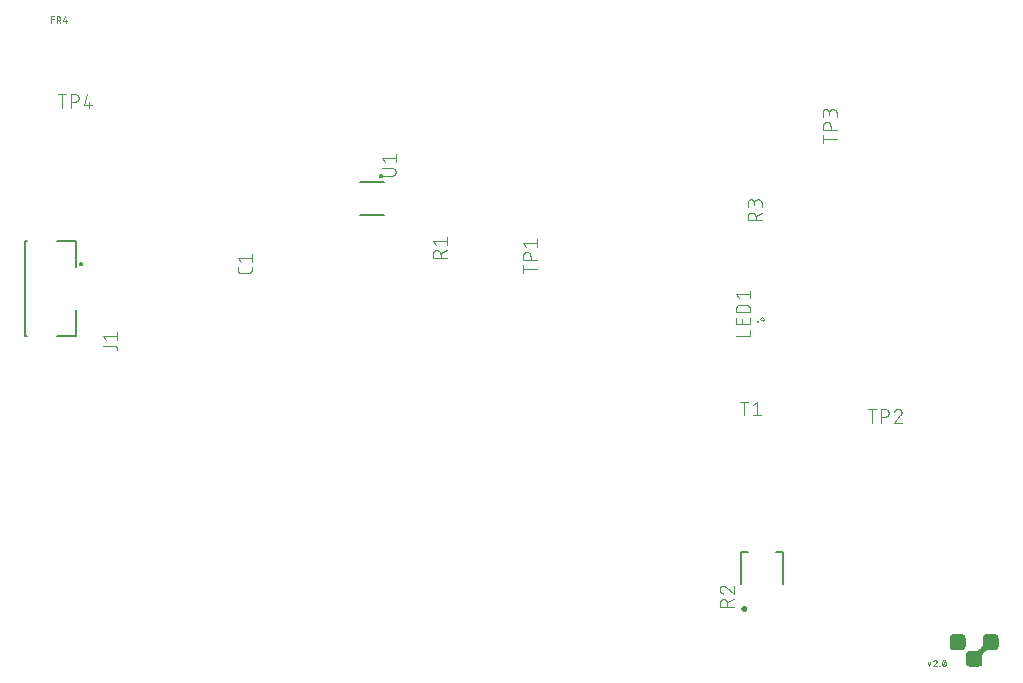
<source format=gbr>
G04 EAGLE Gerber RS-274X export*
G75*
%MOMM*%
%FSLAX34Y34*%
%LPD*%
%INSilkscreen Top*%
%IPPOS*%
%AMOC8*
5,1,8,0,0,1.08239X$1,22.5*%
G01*
%ADD10C,0.101600*%
%ADD11C,0.127000*%
%ADD12C,0.200000*%
%ADD13C,0.063400*%
%ADD14C,0.250000*%
%ADD15C,0.240000*%
%ADD16C,0.076200*%

G36*
X-261289Y73635D02*
X-261289Y73635D01*
X-261260Y73633D01*
X-260603Y73720D01*
X-260567Y73733D01*
X-260507Y73745D01*
X-259895Y73999D01*
X-259864Y74021D01*
X-259809Y74049D01*
X-259282Y74452D01*
X-259258Y74482D01*
X-259212Y74522D01*
X-258809Y75049D01*
X-258793Y75083D01*
X-258759Y75135D01*
X-258505Y75747D01*
X-258499Y75785D01*
X-258481Y75838D01*
X-258481Y75839D01*
X-258480Y75843D01*
X-258393Y76500D01*
X-258395Y76522D01*
X-258390Y76550D01*
X-258390Y81611D01*
X-258273Y82794D01*
X-257934Y83914D01*
X-257382Y84946D01*
X-256640Y85850D01*
X-255736Y86592D01*
X-254704Y87144D01*
X-253584Y87483D01*
X-252401Y87600D01*
X-247340Y87600D01*
X-247319Y87605D01*
X-247290Y87603D01*
X-246633Y87690D01*
X-246597Y87703D01*
X-246537Y87715D01*
X-245925Y87969D01*
X-245894Y87991D01*
X-245839Y88019D01*
X-245312Y88422D01*
X-245288Y88452D01*
X-245242Y88492D01*
X-244839Y89019D01*
X-244823Y89053D01*
X-244789Y89105D01*
X-244535Y89717D01*
X-244529Y89755D01*
X-244510Y89813D01*
X-244423Y90470D01*
X-244425Y90492D01*
X-244420Y90520D01*
X-244420Y98140D01*
X-244425Y98161D01*
X-244423Y98190D01*
X-244510Y98847D01*
X-244523Y98883D01*
X-244535Y98943D01*
X-244789Y99556D01*
X-244811Y99586D01*
X-244839Y99641D01*
X-245242Y100168D01*
X-245272Y100192D01*
X-245312Y100238D01*
X-245839Y100641D01*
X-245873Y100657D01*
X-245925Y100691D01*
X-246537Y100945D01*
X-246575Y100951D01*
X-246633Y100970D01*
X-247290Y101057D01*
X-247312Y101055D01*
X-247340Y101060D01*
X-254960Y101060D01*
X-254981Y101055D01*
X-255010Y101057D01*
X-255667Y100970D01*
X-255703Y100957D01*
X-255763Y100945D01*
X-256376Y100691D01*
X-256406Y100669D01*
X-256461Y100641D01*
X-256988Y100238D01*
X-257012Y100208D01*
X-257058Y100168D01*
X-257461Y99641D01*
X-257477Y99607D01*
X-257511Y99556D01*
X-257765Y98943D01*
X-257771Y98906D01*
X-257790Y98847D01*
X-257877Y98190D01*
X-257875Y98168D01*
X-257880Y98140D01*
X-257880Y93079D01*
X-257997Y91896D01*
X-258336Y90776D01*
X-258888Y89744D01*
X-259630Y88840D01*
X-260534Y88098D01*
X-261566Y87546D01*
X-262686Y87207D01*
X-263869Y87090D01*
X-268930Y87090D01*
X-268951Y87085D01*
X-268980Y87087D01*
X-269637Y87000D01*
X-269673Y86987D01*
X-269733Y86975D01*
X-270346Y86721D01*
X-270376Y86699D01*
X-270431Y86671D01*
X-270958Y86268D01*
X-270982Y86238D01*
X-271028Y86198D01*
X-271431Y85671D01*
X-271447Y85637D01*
X-271481Y85586D01*
X-271735Y84973D01*
X-271741Y84936D01*
X-271760Y84877D01*
X-271847Y84220D01*
X-271845Y84198D01*
X-271850Y84170D01*
X-271850Y76550D01*
X-271845Y76529D01*
X-271847Y76500D01*
X-271760Y75843D01*
X-271753Y75823D01*
X-271753Y75811D01*
X-271745Y75796D01*
X-271735Y75747D01*
X-271481Y75135D01*
X-271459Y75104D01*
X-271431Y75049D01*
X-271028Y74522D01*
X-271023Y74519D01*
X-271023Y74518D01*
X-271016Y74513D01*
X-270998Y74498D01*
X-270958Y74452D01*
X-270431Y74049D01*
X-270397Y74033D01*
X-270346Y73999D01*
X-269733Y73745D01*
X-269696Y73739D01*
X-269637Y73720D01*
X-268980Y73633D01*
X-268958Y73635D01*
X-268930Y73630D01*
X-261310Y73630D01*
X-261289Y73635D01*
G37*
G36*
X-275259Y87605D02*
X-275259Y87605D01*
X-275230Y87603D01*
X-274573Y87690D01*
X-274537Y87703D01*
X-274477Y87715D01*
X-273865Y87969D01*
X-273834Y87991D01*
X-273779Y88019D01*
X-273252Y88422D01*
X-273228Y88452D01*
X-273182Y88492D01*
X-272779Y89019D01*
X-272763Y89053D01*
X-272729Y89105D01*
X-272475Y89717D01*
X-272469Y89755D01*
X-272451Y89807D01*
X-272451Y89809D01*
X-272450Y89813D01*
X-272363Y90470D01*
X-272365Y90492D01*
X-272360Y90520D01*
X-272360Y98140D01*
X-272365Y98161D01*
X-272363Y98190D01*
X-272450Y98847D01*
X-272463Y98883D01*
X-272475Y98943D01*
X-272729Y99556D01*
X-272751Y99586D01*
X-272779Y99641D01*
X-273182Y100168D01*
X-273212Y100192D01*
X-273252Y100238D01*
X-273779Y100641D01*
X-273813Y100657D01*
X-273865Y100691D01*
X-274477Y100945D01*
X-274515Y100951D01*
X-274573Y100970D01*
X-275230Y101057D01*
X-275252Y101055D01*
X-275280Y101060D01*
X-282900Y101060D01*
X-282921Y101055D01*
X-282950Y101057D01*
X-283607Y100970D01*
X-283643Y100957D01*
X-283703Y100945D01*
X-284316Y100691D01*
X-284346Y100669D01*
X-284401Y100641D01*
X-284928Y100238D01*
X-284952Y100208D01*
X-284998Y100168D01*
X-285401Y99641D01*
X-285417Y99607D01*
X-285451Y99556D01*
X-285705Y98943D01*
X-285711Y98906D01*
X-285730Y98847D01*
X-285817Y98190D01*
X-285815Y98168D01*
X-285820Y98140D01*
X-285820Y90520D01*
X-285815Y90499D01*
X-285817Y90470D01*
X-285730Y89813D01*
X-285723Y89793D01*
X-285723Y89781D01*
X-285715Y89766D01*
X-285705Y89717D01*
X-285451Y89105D01*
X-285429Y89074D01*
X-285401Y89019D01*
X-284998Y88492D01*
X-284993Y88489D01*
X-284993Y88488D01*
X-284986Y88483D01*
X-284968Y88468D01*
X-284928Y88422D01*
X-284401Y88019D01*
X-284367Y88003D01*
X-284316Y87969D01*
X-283703Y87715D01*
X-283666Y87709D01*
X-283607Y87690D01*
X-282950Y87603D01*
X-282928Y87605D01*
X-282900Y87600D01*
X-275280Y87600D01*
X-275259Y87605D01*
G37*
D10*
X-876808Y412101D02*
X-876808Y409504D01*
X-876810Y409405D01*
X-876816Y409305D01*
X-876825Y409206D01*
X-876838Y409108D01*
X-876855Y409010D01*
X-876876Y408912D01*
X-876901Y408816D01*
X-876929Y408721D01*
X-876961Y408627D01*
X-876996Y408534D01*
X-877035Y408442D01*
X-877078Y408352D01*
X-877123Y408264D01*
X-877173Y408177D01*
X-877225Y408093D01*
X-877281Y408010D01*
X-877339Y407930D01*
X-877401Y407852D01*
X-877466Y407777D01*
X-877534Y407704D01*
X-877604Y407634D01*
X-877677Y407566D01*
X-877752Y407501D01*
X-877830Y407439D01*
X-877910Y407381D01*
X-877993Y407325D01*
X-878077Y407273D01*
X-878164Y407223D01*
X-878252Y407178D01*
X-878342Y407135D01*
X-878434Y407096D01*
X-878527Y407061D01*
X-878621Y407029D01*
X-878716Y407001D01*
X-878812Y406976D01*
X-878910Y406955D01*
X-879008Y406938D01*
X-879106Y406925D01*
X-879205Y406916D01*
X-879305Y406910D01*
X-879404Y406908D01*
X-885896Y406908D01*
X-885995Y406910D01*
X-886095Y406916D01*
X-886194Y406925D01*
X-886292Y406938D01*
X-886390Y406955D01*
X-886488Y406976D01*
X-886584Y407001D01*
X-886679Y407029D01*
X-886773Y407061D01*
X-886866Y407096D01*
X-886958Y407135D01*
X-887048Y407178D01*
X-887136Y407223D01*
X-887223Y407273D01*
X-887307Y407325D01*
X-887390Y407381D01*
X-887470Y407439D01*
X-887548Y407501D01*
X-887623Y407566D01*
X-887696Y407634D01*
X-887766Y407704D01*
X-887834Y407777D01*
X-887899Y407852D01*
X-887961Y407930D01*
X-888019Y408010D01*
X-888075Y408093D01*
X-888127Y408177D01*
X-888177Y408264D01*
X-888222Y408352D01*
X-888265Y408442D01*
X-888304Y408534D01*
X-888339Y408626D01*
X-888371Y408721D01*
X-888399Y408816D01*
X-888424Y408912D01*
X-888445Y409010D01*
X-888462Y409108D01*
X-888475Y409206D01*
X-888484Y409305D01*
X-888490Y409405D01*
X-888492Y409504D01*
X-888492Y412101D01*
X-885896Y416466D02*
X-888492Y419712D01*
X-876808Y419712D01*
X-876808Y422957D02*
X-876808Y416466D01*
D11*
X-1066800Y434200D02*
X-1068600Y434200D01*
X-1068600Y353200D01*
X-1066800Y353200D01*
X-1041400Y434200D02*
X-1025600Y434200D01*
X-1025600Y411900D01*
X-1025600Y375500D02*
X-1025600Y353200D01*
X-1041400Y353200D01*
D12*
X-1022100Y414700D02*
X-1022098Y414763D01*
X-1022092Y414825D01*
X-1022082Y414887D01*
X-1022069Y414949D01*
X-1022051Y415009D01*
X-1022030Y415068D01*
X-1022005Y415126D01*
X-1021976Y415182D01*
X-1021944Y415236D01*
X-1021909Y415288D01*
X-1021871Y415337D01*
X-1021829Y415385D01*
X-1021785Y415429D01*
X-1021737Y415471D01*
X-1021688Y415509D01*
X-1021636Y415544D01*
X-1021582Y415576D01*
X-1021526Y415605D01*
X-1021468Y415630D01*
X-1021409Y415651D01*
X-1021349Y415669D01*
X-1021287Y415682D01*
X-1021225Y415692D01*
X-1021163Y415698D01*
X-1021100Y415700D01*
X-1021037Y415698D01*
X-1020975Y415692D01*
X-1020913Y415682D01*
X-1020851Y415669D01*
X-1020791Y415651D01*
X-1020732Y415630D01*
X-1020674Y415605D01*
X-1020618Y415576D01*
X-1020564Y415544D01*
X-1020512Y415509D01*
X-1020463Y415471D01*
X-1020415Y415429D01*
X-1020371Y415385D01*
X-1020329Y415337D01*
X-1020291Y415288D01*
X-1020256Y415236D01*
X-1020224Y415182D01*
X-1020195Y415126D01*
X-1020170Y415068D01*
X-1020149Y415009D01*
X-1020131Y414949D01*
X-1020118Y414887D01*
X-1020108Y414825D01*
X-1020102Y414763D01*
X-1020100Y414700D01*
X-1020102Y414637D01*
X-1020108Y414575D01*
X-1020118Y414513D01*
X-1020131Y414451D01*
X-1020149Y414391D01*
X-1020170Y414332D01*
X-1020195Y414274D01*
X-1020224Y414218D01*
X-1020256Y414164D01*
X-1020291Y414112D01*
X-1020329Y414063D01*
X-1020371Y414015D01*
X-1020415Y413971D01*
X-1020463Y413929D01*
X-1020512Y413891D01*
X-1020564Y413856D01*
X-1020618Y413824D01*
X-1020674Y413795D01*
X-1020732Y413770D01*
X-1020791Y413749D01*
X-1020851Y413731D01*
X-1020913Y413718D01*
X-1020975Y413708D01*
X-1021037Y413702D01*
X-1021100Y413700D01*
X-1021163Y413702D01*
X-1021225Y413708D01*
X-1021287Y413718D01*
X-1021349Y413731D01*
X-1021409Y413749D01*
X-1021468Y413770D01*
X-1021526Y413795D01*
X-1021582Y413824D01*
X-1021636Y413856D01*
X-1021688Y413891D01*
X-1021737Y413929D01*
X-1021785Y413971D01*
X-1021829Y414015D01*
X-1021871Y414063D01*
X-1021909Y414112D01*
X-1021944Y414164D01*
X-1021976Y414218D01*
X-1022005Y414274D01*
X-1022030Y414332D01*
X-1022051Y414391D01*
X-1022069Y414451D01*
X-1022082Y414513D01*
X-1022092Y414575D01*
X-1022098Y414637D01*
X-1022100Y414700D01*
D10*
X-1002592Y345228D02*
X-993504Y345228D01*
X-993504Y345227D02*
X-993405Y345225D01*
X-993305Y345219D01*
X-993206Y345210D01*
X-993108Y345197D01*
X-993010Y345180D01*
X-992912Y345159D01*
X-992816Y345134D01*
X-992721Y345106D01*
X-992627Y345074D01*
X-992534Y345039D01*
X-992442Y345000D01*
X-992352Y344957D01*
X-992264Y344912D01*
X-992177Y344862D01*
X-992093Y344810D01*
X-992010Y344754D01*
X-991930Y344696D01*
X-991852Y344634D01*
X-991777Y344569D01*
X-991704Y344501D01*
X-991634Y344431D01*
X-991566Y344358D01*
X-991501Y344283D01*
X-991439Y344205D01*
X-991381Y344125D01*
X-991325Y344042D01*
X-991273Y343958D01*
X-991223Y343871D01*
X-991178Y343783D01*
X-991135Y343693D01*
X-991096Y343601D01*
X-991061Y343508D01*
X-991029Y343414D01*
X-991001Y343319D01*
X-990976Y343223D01*
X-990955Y343125D01*
X-990938Y343027D01*
X-990925Y342929D01*
X-990916Y342830D01*
X-990910Y342730D01*
X-990908Y342631D01*
X-990908Y341333D01*
X-999996Y350501D02*
X-1002592Y353746D01*
X-990908Y353746D01*
X-990908Y350501D02*
X-990908Y356992D01*
D13*
X-446000Y368300D02*
X-444250Y366550D01*
X-446000Y368300D02*
X-444500Y369800D01*
X-442750Y368050D01*
X-444250Y366550D01*
D14*
X-448500Y365550D03*
D10*
X-455008Y353808D02*
X-466692Y353808D01*
X-455008Y353808D02*
X-455008Y359001D01*
X-455008Y363714D02*
X-455008Y368907D01*
X-455008Y363714D02*
X-466692Y363714D01*
X-466692Y368907D01*
X-461499Y367609D02*
X-461499Y363714D01*
X-466692Y373597D02*
X-455008Y373597D01*
X-466692Y373597D02*
X-466692Y376843D01*
X-466690Y376956D01*
X-466684Y377069D01*
X-466674Y377182D01*
X-466660Y377295D01*
X-466643Y377407D01*
X-466621Y377518D01*
X-466596Y377628D01*
X-466566Y377738D01*
X-466533Y377846D01*
X-466496Y377953D01*
X-466456Y378059D01*
X-466411Y378163D01*
X-466363Y378266D01*
X-466312Y378367D01*
X-466257Y378466D01*
X-466199Y378563D01*
X-466137Y378658D01*
X-466072Y378751D01*
X-466004Y378841D01*
X-465933Y378929D01*
X-465858Y379015D01*
X-465781Y379098D01*
X-465701Y379178D01*
X-465618Y379255D01*
X-465532Y379330D01*
X-465444Y379401D01*
X-465354Y379469D01*
X-465261Y379534D01*
X-465166Y379596D01*
X-465069Y379654D01*
X-464970Y379709D01*
X-464869Y379760D01*
X-464766Y379808D01*
X-464662Y379853D01*
X-464556Y379893D01*
X-464449Y379930D01*
X-464341Y379963D01*
X-464231Y379993D01*
X-464121Y380018D01*
X-464010Y380040D01*
X-463898Y380057D01*
X-463785Y380071D01*
X-463672Y380081D01*
X-463559Y380087D01*
X-463446Y380089D01*
X-458254Y380089D01*
X-458141Y380087D01*
X-458028Y380081D01*
X-457915Y380071D01*
X-457802Y380057D01*
X-457690Y380040D01*
X-457579Y380018D01*
X-457469Y379993D01*
X-457359Y379963D01*
X-457251Y379930D01*
X-457144Y379893D01*
X-457038Y379853D01*
X-456934Y379808D01*
X-456831Y379760D01*
X-456730Y379709D01*
X-456631Y379654D01*
X-456534Y379596D01*
X-456439Y379534D01*
X-456346Y379469D01*
X-456256Y379401D01*
X-456168Y379330D01*
X-456082Y379255D01*
X-455999Y379178D01*
X-455919Y379098D01*
X-455842Y379015D01*
X-455767Y378929D01*
X-455696Y378841D01*
X-455628Y378751D01*
X-455563Y378658D01*
X-455501Y378563D01*
X-455443Y378466D01*
X-455388Y378367D01*
X-455337Y378266D01*
X-455289Y378163D01*
X-455244Y378059D01*
X-455204Y377953D01*
X-455167Y377846D01*
X-455134Y377738D01*
X-455104Y377628D01*
X-455079Y377518D01*
X-455057Y377407D01*
X-455040Y377295D01*
X-455026Y377182D01*
X-455016Y377069D01*
X-455010Y376956D01*
X-455008Y376843D01*
X-455008Y373597D01*
X-464096Y385408D02*
X-466692Y388654D01*
X-455008Y388654D01*
X-455008Y391899D02*
X-455008Y385408D01*
X-711708Y419608D02*
X-723392Y419608D01*
X-723392Y422854D01*
X-723390Y422967D01*
X-723384Y423080D01*
X-723374Y423193D01*
X-723360Y423306D01*
X-723343Y423418D01*
X-723321Y423529D01*
X-723296Y423639D01*
X-723266Y423749D01*
X-723233Y423857D01*
X-723196Y423964D01*
X-723156Y424070D01*
X-723111Y424174D01*
X-723063Y424277D01*
X-723012Y424378D01*
X-722957Y424477D01*
X-722899Y424574D01*
X-722837Y424669D01*
X-722772Y424762D01*
X-722704Y424852D01*
X-722633Y424940D01*
X-722558Y425026D01*
X-722481Y425109D01*
X-722401Y425189D01*
X-722318Y425266D01*
X-722232Y425341D01*
X-722144Y425412D01*
X-722054Y425480D01*
X-721961Y425545D01*
X-721866Y425607D01*
X-721769Y425665D01*
X-721670Y425720D01*
X-721569Y425771D01*
X-721466Y425819D01*
X-721362Y425864D01*
X-721256Y425904D01*
X-721149Y425941D01*
X-721041Y425974D01*
X-720931Y426004D01*
X-720821Y426029D01*
X-720710Y426051D01*
X-720598Y426068D01*
X-720485Y426082D01*
X-720372Y426092D01*
X-720259Y426098D01*
X-720146Y426100D01*
X-720033Y426098D01*
X-719920Y426092D01*
X-719807Y426082D01*
X-719694Y426068D01*
X-719582Y426051D01*
X-719471Y426029D01*
X-719361Y426004D01*
X-719251Y425974D01*
X-719143Y425941D01*
X-719036Y425904D01*
X-718930Y425864D01*
X-718826Y425819D01*
X-718723Y425771D01*
X-718622Y425720D01*
X-718523Y425665D01*
X-718426Y425607D01*
X-718331Y425545D01*
X-718238Y425480D01*
X-718148Y425412D01*
X-718060Y425341D01*
X-717974Y425266D01*
X-717891Y425189D01*
X-717811Y425109D01*
X-717734Y425026D01*
X-717659Y424940D01*
X-717588Y424852D01*
X-717520Y424762D01*
X-717455Y424669D01*
X-717393Y424574D01*
X-717335Y424477D01*
X-717280Y424378D01*
X-717229Y424277D01*
X-717181Y424174D01*
X-717136Y424070D01*
X-717096Y423964D01*
X-717059Y423857D01*
X-717026Y423749D01*
X-716996Y423639D01*
X-716971Y423529D01*
X-716949Y423418D01*
X-716932Y423306D01*
X-716918Y423193D01*
X-716908Y423080D01*
X-716902Y422967D01*
X-716900Y422854D01*
X-716901Y422854D02*
X-716901Y419608D01*
X-716901Y423503D02*
X-711708Y426099D01*
X-720796Y430964D02*
X-723392Y434210D01*
X-711708Y434210D01*
X-711708Y437455D02*
X-711708Y430964D01*
D11*
X-462500Y170400D02*
X-462500Y143900D01*
X-462500Y170400D02*
X-456500Y170400D01*
X-426500Y170400D02*
X-426500Y143900D01*
X-426500Y170400D02*
X-432500Y170400D01*
D15*
X-461280Y122943D02*
X-461278Y123012D01*
X-461272Y123081D01*
X-461262Y123149D01*
X-461248Y123217D01*
X-461231Y123284D01*
X-461209Y123350D01*
X-461184Y123414D01*
X-461155Y123477D01*
X-461122Y123538D01*
X-461086Y123597D01*
X-461047Y123654D01*
X-461004Y123708D01*
X-460959Y123760D01*
X-460910Y123810D01*
X-460859Y123856D01*
X-460805Y123899D01*
X-460748Y123940D01*
X-460690Y123976D01*
X-460629Y124010D01*
X-460567Y124040D01*
X-460503Y124066D01*
X-460438Y124088D01*
X-460371Y124107D01*
X-460303Y124122D01*
X-460235Y124133D01*
X-460166Y124140D01*
X-460097Y124143D01*
X-460028Y124142D01*
X-459959Y124137D01*
X-459891Y124128D01*
X-459823Y124115D01*
X-459756Y124098D01*
X-459689Y124078D01*
X-459625Y124053D01*
X-459562Y124025D01*
X-459500Y123994D01*
X-459441Y123958D01*
X-459383Y123920D01*
X-459328Y123878D01*
X-459275Y123833D01*
X-459225Y123785D01*
X-459178Y123735D01*
X-459134Y123681D01*
X-459093Y123626D01*
X-459055Y123568D01*
X-459021Y123508D01*
X-458990Y123446D01*
X-458963Y123382D01*
X-458940Y123317D01*
X-458920Y123251D01*
X-458904Y123183D01*
X-458892Y123115D01*
X-458884Y123047D01*
X-458880Y122978D01*
X-458880Y122908D01*
X-458884Y122839D01*
X-458892Y122771D01*
X-458904Y122703D01*
X-458920Y122635D01*
X-458940Y122569D01*
X-458963Y122504D01*
X-458990Y122440D01*
X-459021Y122378D01*
X-459055Y122318D01*
X-459093Y122260D01*
X-459134Y122205D01*
X-459178Y122151D01*
X-459225Y122101D01*
X-459275Y122053D01*
X-459328Y122008D01*
X-459383Y121966D01*
X-459441Y121928D01*
X-459500Y121892D01*
X-459562Y121861D01*
X-459625Y121833D01*
X-459689Y121808D01*
X-459756Y121788D01*
X-459823Y121771D01*
X-459891Y121758D01*
X-459959Y121749D01*
X-460028Y121744D01*
X-460097Y121743D01*
X-460166Y121746D01*
X-460235Y121753D01*
X-460303Y121764D01*
X-460371Y121779D01*
X-460438Y121798D01*
X-460503Y121820D01*
X-460567Y121846D01*
X-460629Y121876D01*
X-460690Y121910D01*
X-460748Y121946D01*
X-460805Y121987D01*
X-460859Y122030D01*
X-460910Y122076D01*
X-460959Y122126D01*
X-461004Y122178D01*
X-461047Y122232D01*
X-461086Y122289D01*
X-461122Y122348D01*
X-461155Y122409D01*
X-461184Y122472D01*
X-461209Y122536D01*
X-461231Y122602D01*
X-461248Y122669D01*
X-461262Y122737D01*
X-461272Y122805D01*
X-461278Y122874D01*
X-461280Y122943D01*
D10*
X-468742Y124096D02*
X-480428Y124096D01*
X-480428Y127342D01*
X-480426Y127455D01*
X-480420Y127568D01*
X-480410Y127681D01*
X-480396Y127794D01*
X-480379Y127906D01*
X-480357Y128017D01*
X-480332Y128127D01*
X-480302Y128237D01*
X-480269Y128345D01*
X-480232Y128452D01*
X-480192Y128558D01*
X-480147Y128662D01*
X-480099Y128765D01*
X-480048Y128866D01*
X-479993Y128965D01*
X-479935Y129062D01*
X-479873Y129157D01*
X-479808Y129250D01*
X-479740Y129340D01*
X-479669Y129428D01*
X-479594Y129514D01*
X-479517Y129597D01*
X-479437Y129677D01*
X-479354Y129754D01*
X-479268Y129829D01*
X-479180Y129900D01*
X-479090Y129968D01*
X-478997Y130033D01*
X-478902Y130095D01*
X-478805Y130153D01*
X-478706Y130208D01*
X-478605Y130259D01*
X-478502Y130307D01*
X-478398Y130352D01*
X-478292Y130392D01*
X-478185Y130429D01*
X-478077Y130462D01*
X-477967Y130492D01*
X-477857Y130517D01*
X-477746Y130539D01*
X-477634Y130556D01*
X-477521Y130570D01*
X-477408Y130580D01*
X-477295Y130586D01*
X-477182Y130588D01*
X-477069Y130586D01*
X-476956Y130580D01*
X-476843Y130570D01*
X-476730Y130556D01*
X-476618Y130539D01*
X-476507Y130517D01*
X-476397Y130492D01*
X-476287Y130462D01*
X-476179Y130429D01*
X-476072Y130392D01*
X-475966Y130352D01*
X-475862Y130307D01*
X-475759Y130259D01*
X-475658Y130208D01*
X-475559Y130153D01*
X-475462Y130095D01*
X-475367Y130033D01*
X-475274Y129968D01*
X-475184Y129900D01*
X-475096Y129829D01*
X-475010Y129754D01*
X-474927Y129677D01*
X-474847Y129597D01*
X-474770Y129514D01*
X-474695Y129428D01*
X-474624Y129340D01*
X-474556Y129250D01*
X-474491Y129157D01*
X-474429Y129062D01*
X-474371Y128965D01*
X-474316Y128866D01*
X-474265Y128765D01*
X-474217Y128662D01*
X-474172Y128558D01*
X-474132Y128452D01*
X-474095Y128345D01*
X-474062Y128237D01*
X-474032Y128127D01*
X-474007Y128017D01*
X-473985Y127906D01*
X-473968Y127794D01*
X-473954Y127681D01*
X-473944Y127568D01*
X-473938Y127455D01*
X-473936Y127342D01*
X-473935Y127342D02*
X-473935Y124096D01*
X-473935Y127991D02*
X-468742Y130588D01*
X-477506Y141947D02*
X-477613Y141945D01*
X-477719Y141939D01*
X-477826Y141929D01*
X-477931Y141916D01*
X-478037Y141898D01*
X-478141Y141877D01*
X-478245Y141852D01*
X-478348Y141823D01*
X-478449Y141790D01*
X-478550Y141754D01*
X-478649Y141714D01*
X-478746Y141671D01*
X-478842Y141624D01*
X-478936Y141573D01*
X-479028Y141519D01*
X-479118Y141462D01*
X-479206Y141401D01*
X-479292Y141338D01*
X-479375Y141271D01*
X-479456Y141201D01*
X-479534Y141129D01*
X-479610Y141053D01*
X-479682Y140975D01*
X-479752Y140894D01*
X-479819Y140811D01*
X-479882Y140725D01*
X-479943Y140637D01*
X-480000Y140547D01*
X-480054Y140455D01*
X-480105Y140361D01*
X-480152Y140265D01*
X-480195Y140168D01*
X-480235Y140069D01*
X-480271Y139968D01*
X-480304Y139867D01*
X-480333Y139764D01*
X-480358Y139660D01*
X-480379Y139556D01*
X-480397Y139450D01*
X-480410Y139345D01*
X-480420Y139238D01*
X-480426Y139132D01*
X-480428Y139025D01*
X-480427Y139025D02*
X-480425Y138904D01*
X-480419Y138783D01*
X-480409Y138663D01*
X-480396Y138542D01*
X-480378Y138423D01*
X-480357Y138303D01*
X-480332Y138185D01*
X-480303Y138068D01*
X-480270Y137951D01*
X-480234Y137836D01*
X-480193Y137722D01*
X-480150Y137609D01*
X-480102Y137497D01*
X-480051Y137388D01*
X-479996Y137280D01*
X-479938Y137173D01*
X-479877Y137069D01*
X-479812Y136967D01*
X-479744Y136867D01*
X-479673Y136769D01*
X-479599Y136673D01*
X-479522Y136580D01*
X-479441Y136490D01*
X-479358Y136402D01*
X-479272Y136317D01*
X-479183Y136234D01*
X-479092Y136155D01*
X-478998Y136078D01*
X-478902Y136005D01*
X-478804Y135935D01*
X-478703Y135868D01*
X-478600Y135804D01*
X-478495Y135744D01*
X-478388Y135687D01*
X-478280Y135633D01*
X-478170Y135583D01*
X-478058Y135537D01*
X-477945Y135494D01*
X-477830Y135455D01*
X-475234Y140972D02*
X-475311Y141051D01*
X-475392Y141127D01*
X-475474Y141200D01*
X-475560Y141270D01*
X-475648Y141337D01*
X-475738Y141401D01*
X-475830Y141461D01*
X-475925Y141518D01*
X-476021Y141572D01*
X-476119Y141623D01*
X-476219Y141670D01*
X-476321Y141714D01*
X-476424Y141754D01*
X-476528Y141790D01*
X-476634Y141822D01*
X-476740Y141851D01*
X-476848Y141876D01*
X-476956Y141898D01*
X-477066Y141915D01*
X-477175Y141929D01*
X-477285Y141938D01*
X-477396Y141944D01*
X-477506Y141946D01*
X-475234Y140973D02*
X-468742Y135454D01*
X-468742Y141946D01*
X-456692Y451358D02*
X-445008Y451358D01*
X-456692Y451358D02*
X-456692Y454604D01*
X-456690Y454717D01*
X-456684Y454830D01*
X-456674Y454943D01*
X-456660Y455056D01*
X-456643Y455168D01*
X-456621Y455279D01*
X-456596Y455389D01*
X-456566Y455499D01*
X-456533Y455607D01*
X-456496Y455714D01*
X-456456Y455820D01*
X-456411Y455924D01*
X-456363Y456027D01*
X-456312Y456128D01*
X-456257Y456227D01*
X-456199Y456324D01*
X-456137Y456419D01*
X-456072Y456512D01*
X-456004Y456602D01*
X-455933Y456690D01*
X-455858Y456776D01*
X-455781Y456859D01*
X-455701Y456939D01*
X-455618Y457016D01*
X-455532Y457091D01*
X-455444Y457162D01*
X-455354Y457230D01*
X-455261Y457295D01*
X-455166Y457357D01*
X-455069Y457415D01*
X-454970Y457470D01*
X-454869Y457521D01*
X-454766Y457569D01*
X-454662Y457614D01*
X-454556Y457654D01*
X-454449Y457691D01*
X-454341Y457724D01*
X-454231Y457754D01*
X-454121Y457779D01*
X-454010Y457801D01*
X-453898Y457818D01*
X-453785Y457832D01*
X-453672Y457842D01*
X-453559Y457848D01*
X-453446Y457850D01*
X-453333Y457848D01*
X-453220Y457842D01*
X-453107Y457832D01*
X-452994Y457818D01*
X-452882Y457801D01*
X-452771Y457779D01*
X-452661Y457754D01*
X-452551Y457724D01*
X-452443Y457691D01*
X-452336Y457654D01*
X-452230Y457614D01*
X-452126Y457569D01*
X-452023Y457521D01*
X-451922Y457470D01*
X-451823Y457415D01*
X-451726Y457357D01*
X-451631Y457295D01*
X-451538Y457230D01*
X-451448Y457162D01*
X-451360Y457091D01*
X-451274Y457016D01*
X-451191Y456939D01*
X-451111Y456859D01*
X-451034Y456776D01*
X-450959Y456690D01*
X-450888Y456602D01*
X-450820Y456512D01*
X-450755Y456419D01*
X-450693Y456324D01*
X-450635Y456227D01*
X-450580Y456128D01*
X-450529Y456027D01*
X-450481Y455924D01*
X-450436Y455820D01*
X-450396Y455714D01*
X-450359Y455607D01*
X-450326Y455499D01*
X-450296Y455389D01*
X-450271Y455279D01*
X-450249Y455168D01*
X-450232Y455056D01*
X-450218Y454943D01*
X-450208Y454830D01*
X-450202Y454717D01*
X-450200Y454604D01*
X-450201Y454604D02*
X-450201Y451358D01*
X-450201Y455253D02*
X-445008Y457849D01*
X-445008Y462714D02*
X-445008Y465960D01*
X-445010Y466073D01*
X-445016Y466186D01*
X-445026Y466299D01*
X-445040Y466412D01*
X-445057Y466524D01*
X-445079Y466635D01*
X-445104Y466745D01*
X-445134Y466855D01*
X-445167Y466963D01*
X-445204Y467070D01*
X-445244Y467176D01*
X-445289Y467280D01*
X-445337Y467383D01*
X-445388Y467484D01*
X-445443Y467583D01*
X-445501Y467680D01*
X-445563Y467775D01*
X-445628Y467868D01*
X-445696Y467958D01*
X-445767Y468046D01*
X-445842Y468132D01*
X-445919Y468215D01*
X-445999Y468295D01*
X-446082Y468372D01*
X-446168Y468447D01*
X-446256Y468518D01*
X-446346Y468586D01*
X-446439Y468651D01*
X-446534Y468713D01*
X-446631Y468771D01*
X-446730Y468826D01*
X-446831Y468877D01*
X-446934Y468925D01*
X-447038Y468970D01*
X-447144Y469010D01*
X-447251Y469047D01*
X-447359Y469080D01*
X-447469Y469110D01*
X-447579Y469135D01*
X-447690Y469157D01*
X-447802Y469174D01*
X-447915Y469188D01*
X-448028Y469198D01*
X-448141Y469204D01*
X-448254Y469206D01*
X-448367Y469204D01*
X-448480Y469198D01*
X-448593Y469188D01*
X-448706Y469174D01*
X-448818Y469157D01*
X-448929Y469135D01*
X-449039Y469110D01*
X-449149Y469080D01*
X-449257Y469047D01*
X-449364Y469010D01*
X-449470Y468970D01*
X-449574Y468925D01*
X-449677Y468877D01*
X-449778Y468826D01*
X-449877Y468771D01*
X-449974Y468713D01*
X-450069Y468651D01*
X-450162Y468586D01*
X-450252Y468518D01*
X-450340Y468447D01*
X-450426Y468372D01*
X-450509Y468295D01*
X-450589Y468215D01*
X-450666Y468132D01*
X-450741Y468046D01*
X-450812Y467958D01*
X-450880Y467868D01*
X-450945Y467775D01*
X-451007Y467680D01*
X-451065Y467583D01*
X-451120Y467484D01*
X-451171Y467383D01*
X-451219Y467280D01*
X-451264Y467176D01*
X-451304Y467070D01*
X-451341Y466963D01*
X-451374Y466855D01*
X-451404Y466745D01*
X-451429Y466635D01*
X-451451Y466524D01*
X-451468Y466412D01*
X-451482Y466299D01*
X-451492Y466186D01*
X-451498Y466073D01*
X-451500Y465960D01*
X-456692Y466609D02*
X-456692Y462714D01*
X-456692Y466609D02*
X-456690Y466710D01*
X-456684Y466810D01*
X-456674Y466910D01*
X-456661Y467010D01*
X-456643Y467109D01*
X-456622Y467208D01*
X-456597Y467305D01*
X-456568Y467402D01*
X-456535Y467497D01*
X-456499Y467591D01*
X-456459Y467683D01*
X-456416Y467774D01*
X-456369Y467863D01*
X-456319Y467950D01*
X-456265Y468036D01*
X-456208Y468119D01*
X-456148Y468199D01*
X-456085Y468278D01*
X-456018Y468354D01*
X-455949Y468427D01*
X-455877Y468497D01*
X-455803Y468565D01*
X-455726Y468630D01*
X-455646Y468691D01*
X-455564Y468750D01*
X-455480Y468805D01*
X-455394Y468857D01*
X-455306Y468906D01*
X-455216Y468951D01*
X-455124Y468993D01*
X-455031Y469031D01*
X-454936Y469065D01*
X-454841Y469096D01*
X-454744Y469123D01*
X-454646Y469146D01*
X-454547Y469166D01*
X-454447Y469181D01*
X-454347Y469193D01*
X-454247Y469201D01*
X-454146Y469205D01*
X-454046Y469205D01*
X-453945Y469201D01*
X-453845Y469193D01*
X-453745Y469181D01*
X-453645Y469166D01*
X-453546Y469146D01*
X-453448Y469123D01*
X-453351Y469096D01*
X-453256Y469065D01*
X-453161Y469031D01*
X-453068Y468993D01*
X-452976Y468951D01*
X-452886Y468906D01*
X-452798Y468857D01*
X-452712Y468805D01*
X-452628Y468750D01*
X-452546Y468691D01*
X-452466Y468630D01*
X-452389Y468565D01*
X-452315Y468497D01*
X-452243Y468427D01*
X-452174Y468354D01*
X-452107Y468278D01*
X-452044Y468199D01*
X-451984Y468119D01*
X-451927Y468036D01*
X-451873Y467950D01*
X-451823Y467863D01*
X-451776Y467774D01*
X-451733Y467683D01*
X-451693Y467591D01*
X-451657Y467497D01*
X-451624Y467402D01*
X-451595Y467305D01*
X-451570Y467208D01*
X-451549Y467109D01*
X-451531Y467010D01*
X-451518Y466910D01*
X-451508Y466810D01*
X-451502Y466710D01*
X-451500Y466609D01*
X-451499Y466609D02*
X-451499Y464013D01*
X-459796Y297942D02*
X-459796Y286258D01*
X-463042Y297942D02*
X-456551Y297942D01*
X-452374Y295346D02*
X-449129Y297942D01*
X-449129Y286258D01*
X-452374Y286258D02*
X-445883Y286258D01*
X-635508Y410154D02*
X-647192Y410154D01*
X-647192Y413399D02*
X-647192Y406908D01*
X-647192Y418126D02*
X-635508Y418126D01*
X-647192Y418126D02*
X-647192Y421372D01*
X-647190Y421485D01*
X-647184Y421598D01*
X-647174Y421711D01*
X-647160Y421824D01*
X-647143Y421936D01*
X-647121Y422047D01*
X-647096Y422157D01*
X-647066Y422267D01*
X-647033Y422375D01*
X-646996Y422482D01*
X-646956Y422588D01*
X-646911Y422692D01*
X-646863Y422795D01*
X-646812Y422896D01*
X-646757Y422995D01*
X-646699Y423092D01*
X-646637Y423187D01*
X-646572Y423280D01*
X-646504Y423370D01*
X-646433Y423458D01*
X-646358Y423544D01*
X-646281Y423627D01*
X-646201Y423707D01*
X-646118Y423784D01*
X-646032Y423859D01*
X-645944Y423930D01*
X-645854Y423998D01*
X-645761Y424063D01*
X-645666Y424125D01*
X-645569Y424183D01*
X-645470Y424238D01*
X-645369Y424289D01*
X-645266Y424337D01*
X-645162Y424382D01*
X-645056Y424422D01*
X-644949Y424459D01*
X-644841Y424492D01*
X-644731Y424522D01*
X-644621Y424547D01*
X-644510Y424569D01*
X-644398Y424586D01*
X-644285Y424600D01*
X-644172Y424610D01*
X-644059Y424616D01*
X-643946Y424618D01*
X-643833Y424616D01*
X-643720Y424610D01*
X-643607Y424600D01*
X-643494Y424586D01*
X-643382Y424569D01*
X-643271Y424547D01*
X-643161Y424522D01*
X-643051Y424492D01*
X-642943Y424459D01*
X-642836Y424422D01*
X-642730Y424382D01*
X-642626Y424337D01*
X-642523Y424289D01*
X-642422Y424238D01*
X-642323Y424183D01*
X-642226Y424125D01*
X-642131Y424063D01*
X-642038Y423998D01*
X-641948Y423930D01*
X-641860Y423859D01*
X-641774Y423784D01*
X-641691Y423707D01*
X-641611Y423627D01*
X-641534Y423544D01*
X-641459Y423458D01*
X-641388Y423370D01*
X-641320Y423280D01*
X-641255Y423187D01*
X-641193Y423092D01*
X-641135Y422995D01*
X-641080Y422896D01*
X-641029Y422795D01*
X-640981Y422692D01*
X-640936Y422588D01*
X-640896Y422482D01*
X-640859Y422375D01*
X-640826Y422267D01*
X-640796Y422157D01*
X-640771Y422047D01*
X-640749Y421936D01*
X-640732Y421824D01*
X-640718Y421711D01*
X-640708Y421598D01*
X-640702Y421485D01*
X-640700Y421372D01*
X-640701Y421372D02*
X-640701Y418126D01*
X-644596Y429006D02*
X-647192Y432251D01*
X-635508Y432251D01*
X-635508Y429006D02*
X-635508Y435497D01*
X-351846Y291592D02*
X-351846Y279908D01*
X-355092Y291592D02*
X-348601Y291592D01*
X-343874Y291592D02*
X-343874Y279908D01*
X-343874Y291592D02*
X-340628Y291592D01*
X-340515Y291590D01*
X-340402Y291584D01*
X-340289Y291574D01*
X-340176Y291560D01*
X-340064Y291543D01*
X-339953Y291521D01*
X-339843Y291496D01*
X-339733Y291466D01*
X-339625Y291433D01*
X-339518Y291396D01*
X-339412Y291356D01*
X-339308Y291311D01*
X-339205Y291263D01*
X-339104Y291212D01*
X-339005Y291157D01*
X-338908Y291099D01*
X-338813Y291037D01*
X-338720Y290972D01*
X-338630Y290904D01*
X-338542Y290833D01*
X-338456Y290758D01*
X-338373Y290681D01*
X-338293Y290601D01*
X-338216Y290518D01*
X-338141Y290432D01*
X-338070Y290344D01*
X-338002Y290254D01*
X-337937Y290161D01*
X-337875Y290066D01*
X-337817Y289969D01*
X-337762Y289870D01*
X-337711Y289769D01*
X-337663Y289666D01*
X-337618Y289562D01*
X-337578Y289456D01*
X-337541Y289349D01*
X-337508Y289241D01*
X-337478Y289131D01*
X-337453Y289021D01*
X-337431Y288910D01*
X-337414Y288798D01*
X-337400Y288685D01*
X-337390Y288572D01*
X-337384Y288459D01*
X-337382Y288346D01*
X-337384Y288233D01*
X-337390Y288120D01*
X-337400Y288007D01*
X-337414Y287894D01*
X-337431Y287782D01*
X-337453Y287671D01*
X-337478Y287561D01*
X-337508Y287451D01*
X-337541Y287343D01*
X-337578Y287236D01*
X-337618Y287130D01*
X-337663Y287026D01*
X-337711Y286923D01*
X-337762Y286822D01*
X-337817Y286723D01*
X-337875Y286626D01*
X-337937Y286531D01*
X-338002Y286438D01*
X-338070Y286348D01*
X-338141Y286260D01*
X-338216Y286174D01*
X-338293Y286091D01*
X-338373Y286011D01*
X-338456Y285934D01*
X-338542Y285859D01*
X-338630Y285788D01*
X-338720Y285720D01*
X-338813Y285655D01*
X-338908Y285593D01*
X-339005Y285535D01*
X-339104Y285480D01*
X-339205Y285429D01*
X-339308Y285381D01*
X-339412Y285336D01*
X-339518Y285296D01*
X-339625Y285259D01*
X-339733Y285226D01*
X-339843Y285196D01*
X-339953Y285171D01*
X-340064Y285149D01*
X-340176Y285132D01*
X-340289Y285118D01*
X-340402Y285108D01*
X-340515Y285102D01*
X-340628Y285100D01*
X-340628Y285101D02*
X-343874Y285101D01*
X-329424Y291592D02*
X-329317Y291590D01*
X-329211Y291584D01*
X-329105Y291574D01*
X-328999Y291561D01*
X-328893Y291543D01*
X-328789Y291522D01*
X-328685Y291497D01*
X-328582Y291468D01*
X-328481Y291436D01*
X-328381Y291399D01*
X-328282Y291359D01*
X-328184Y291316D01*
X-328088Y291269D01*
X-327994Y291218D01*
X-327902Y291164D01*
X-327812Y291107D01*
X-327724Y291047D01*
X-327639Y290983D01*
X-327556Y290916D01*
X-327475Y290846D01*
X-327397Y290774D01*
X-327321Y290698D01*
X-327249Y290620D01*
X-327179Y290539D01*
X-327112Y290456D01*
X-327048Y290371D01*
X-326988Y290283D01*
X-326931Y290193D01*
X-326877Y290101D01*
X-326826Y290007D01*
X-326779Y289911D01*
X-326736Y289813D01*
X-326696Y289714D01*
X-326659Y289614D01*
X-326627Y289513D01*
X-326598Y289410D01*
X-326573Y289306D01*
X-326552Y289202D01*
X-326534Y289096D01*
X-326521Y288990D01*
X-326511Y288884D01*
X-326505Y288778D01*
X-326503Y288671D01*
X-329424Y291592D02*
X-329545Y291590D01*
X-329666Y291584D01*
X-329786Y291574D01*
X-329907Y291561D01*
X-330026Y291543D01*
X-330146Y291522D01*
X-330264Y291497D01*
X-330381Y291468D01*
X-330498Y291435D01*
X-330613Y291399D01*
X-330727Y291358D01*
X-330840Y291315D01*
X-330952Y291267D01*
X-331061Y291216D01*
X-331169Y291161D01*
X-331276Y291103D01*
X-331380Y291042D01*
X-331482Y290977D01*
X-331582Y290909D01*
X-331680Y290838D01*
X-331776Y290764D01*
X-331869Y290687D01*
X-331959Y290606D01*
X-332047Y290523D01*
X-332132Y290437D01*
X-332215Y290348D01*
X-332294Y290257D01*
X-332371Y290163D01*
X-332444Y290067D01*
X-332514Y289969D01*
X-332581Y289868D01*
X-332645Y289765D01*
X-332706Y289660D01*
X-332763Y289553D01*
X-332816Y289445D01*
X-332866Y289335D01*
X-332912Y289223D01*
X-332955Y289110D01*
X-332994Y288995D01*
X-327477Y286399D02*
X-327398Y286477D01*
X-327322Y286557D01*
X-327249Y286640D01*
X-327179Y286726D01*
X-327112Y286813D01*
X-327048Y286904D01*
X-326988Y286996D01*
X-326930Y287090D01*
X-326876Y287187D01*
X-326826Y287285D01*
X-326779Y287385D01*
X-326735Y287486D01*
X-326695Y287589D01*
X-326659Y287694D01*
X-326627Y287799D01*
X-326598Y287906D01*
X-326573Y288013D01*
X-326551Y288122D01*
X-326534Y288231D01*
X-326520Y288340D01*
X-326511Y288450D01*
X-326505Y288561D01*
X-326503Y288671D01*
X-327477Y286399D02*
X-332994Y279908D01*
X-326503Y279908D01*
X-381508Y520249D02*
X-393192Y520249D01*
X-393192Y523494D02*
X-393192Y517003D01*
X-393192Y528221D02*
X-381508Y528221D01*
X-393192Y528221D02*
X-393192Y531467D01*
X-393190Y531580D01*
X-393184Y531693D01*
X-393174Y531806D01*
X-393160Y531919D01*
X-393143Y532031D01*
X-393121Y532142D01*
X-393096Y532252D01*
X-393066Y532362D01*
X-393033Y532470D01*
X-392996Y532577D01*
X-392956Y532683D01*
X-392911Y532787D01*
X-392863Y532890D01*
X-392812Y532991D01*
X-392757Y533090D01*
X-392699Y533187D01*
X-392637Y533282D01*
X-392572Y533375D01*
X-392504Y533465D01*
X-392433Y533553D01*
X-392358Y533639D01*
X-392281Y533722D01*
X-392201Y533802D01*
X-392118Y533879D01*
X-392032Y533954D01*
X-391944Y534025D01*
X-391854Y534093D01*
X-391761Y534158D01*
X-391666Y534220D01*
X-391569Y534278D01*
X-391470Y534333D01*
X-391369Y534384D01*
X-391266Y534432D01*
X-391162Y534477D01*
X-391056Y534517D01*
X-390949Y534554D01*
X-390841Y534587D01*
X-390731Y534617D01*
X-390621Y534642D01*
X-390510Y534664D01*
X-390398Y534681D01*
X-390285Y534695D01*
X-390172Y534705D01*
X-390059Y534711D01*
X-389946Y534713D01*
X-389833Y534711D01*
X-389720Y534705D01*
X-389607Y534695D01*
X-389494Y534681D01*
X-389382Y534664D01*
X-389271Y534642D01*
X-389161Y534617D01*
X-389051Y534587D01*
X-388943Y534554D01*
X-388836Y534517D01*
X-388730Y534477D01*
X-388626Y534432D01*
X-388523Y534384D01*
X-388422Y534333D01*
X-388323Y534278D01*
X-388226Y534220D01*
X-388131Y534158D01*
X-388038Y534093D01*
X-387948Y534025D01*
X-387860Y533954D01*
X-387774Y533879D01*
X-387691Y533802D01*
X-387611Y533722D01*
X-387534Y533639D01*
X-387459Y533553D01*
X-387388Y533465D01*
X-387320Y533375D01*
X-387255Y533282D01*
X-387193Y533187D01*
X-387135Y533090D01*
X-387080Y532991D01*
X-387029Y532890D01*
X-386981Y532787D01*
X-386936Y532683D01*
X-386896Y532577D01*
X-386859Y532470D01*
X-386826Y532362D01*
X-386796Y532252D01*
X-386771Y532142D01*
X-386749Y532031D01*
X-386732Y531919D01*
X-386718Y531806D01*
X-386708Y531693D01*
X-386702Y531580D01*
X-386700Y531467D01*
X-386701Y531467D02*
X-386701Y528221D01*
X-381508Y539101D02*
X-381508Y542346D01*
X-381510Y542459D01*
X-381516Y542572D01*
X-381526Y542685D01*
X-381540Y542798D01*
X-381557Y542910D01*
X-381579Y543021D01*
X-381604Y543131D01*
X-381634Y543241D01*
X-381667Y543349D01*
X-381704Y543456D01*
X-381744Y543562D01*
X-381789Y543666D01*
X-381837Y543769D01*
X-381888Y543870D01*
X-381943Y543969D01*
X-382001Y544066D01*
X-382063Y544161D01*
X-382128Y544254D01*
X-382196Y544344D01*
X-382267Y544432D01*
X-382342Y544518D01*
X-382419Y544601D01*
X-382499Y544681D01*
X-382582Y544758D01*
X-382668Y544833D01*
X-382756Y544904D01*
X-382846Y544972D01*
X-382939Y545037D01*
X-383034Y545099D01*
X-383131Y545157D01*
X-383230Y545212D01*
X-383331Y545263D01*
X-383434Y545311D01*
X-383538Y545356D01*
X-383644Y545396D01*
X-383751Y545433D01*
X-383859Y545466D01*
X-383969Y545496D01*
X-384079Y545521D01*
X-384190Y545543D01*
X-384302Y545560D01*
X-384415Y545574D01*
X-384528Y545584D01*
X-384641Y545590D01*
X-384754Y545592D01*
X-384867Y545590D01*
X-384980Y545584D01*
X-385093Y545574D01*
X-385206Y545560D01*
X-385318Y545543D01*
X-385429Y545521D01*
X-385539Y545496D01*
X-385649Y545466D01*
X-385757Y545433D01*
X-385864Y545396D01*
X-385970Y545356D01*
X-386074Y545311D01*
X-386177Y545263D01*
X-386278Y545212D01*
X-386377Y545157D01*
X-386474Y545099D01*
X-386569Y545037D01*
X-386662Y544972D01*
X-386752Y544904D01*
X-386840Y544833D01*
X-386926Y544758D01*
X-387009Y544681D01*
X-387089Y544601D01*
X-387166Y544518D01*
X-387241Y544432D01*
X-387312Y544344D01*
X-387380Y544254D01*
X-387445Y544161D01*
X-387507Y544066D01*
X-387565Y543969D01*
X-387620Y543870D01*
X-387671Y543769D01*
X-387719Y543666D01*
X-387764Y543562D01*
X-387804Y543456D01*
X-387841Y543349D01*
X-387874Y543241D01*
X-387904Y543131D01*
X-387929Y543021D01*
X-387951Y542910D01*
X-387968Y542798D01*
X-387982Y542685D01*
X-387992Y542572D01*
X-387998Y542459D01*
X-388000Y542346D01*
X-393192Y542996D02*
X-393192Y539101D01*
X-393192Y542996D02*
X-393190Y543097D01*
X-393184Y543197D01*
X-393174Y543297D01*
X-393161Y543397D01*
X-393143Y543496D01*
X-393122Y543595D01*
X-393097Y543692D01*
X-393068Y543789D01*
X-393035Y543884D01*
X-392999Y543978D01*
X-392959Y544070D01*
X-392916Y544161D01*
X-392869Y544250D01*
X-392819Y544337D01*
X-392765Y544423D01*
X-392708Y544506D01*
X-392648Y544586D01*
X-392585Y544665D01*
X-392518Y544741D01*
X-392449Y544814D01*
X-392377Y544884D01*
X-392303Y544952D01*
X-392226Y545017D01*
X-392146Y545078D01*
X-392064Y545137D01*
X-391980Y545192D01*
X-391894Y545244D01*
X-391806Y545293D01*
X-391716Y545338D01*
X-391624Y545380D01*
X-391531Y545418D01*
X-391436Y545452D01*
X-391341Y545483D01*
X-391244Y545510D01*
X-391146Y545533D01*
X-391047Y545553D01*
X-390947Y545568D01*
X-390847Y545580D01*
X-390747Y545588D01*
X-390646Y545592D01*
X-390546Y545592D01*
X-390445Y545588D01*
X-390345Y545580D01*
X-390245Y545568D01*
X-390145Y545553D01*
X-390046Y545533D01*
X-389948Y545510D01*
X-389851Y545483D01*
X-389756Y545452D01*
X-389661Y545418D01*
X-389568Y545380D01*
X-389476Y545338D01*
X-389386Y545293D01*
X-389298Y545244D01*
X-389212Y545192D01*
X-389128Y545137D01*
X-389046Y545078D01*
X-388966Y545017D01*
X-388889Y544952D01*
X-388815Y544884D01*
X-388743Y544814D01*
X-388674Y544741D01*
X-388607Y544665D01*
X-388544Y544586D01*
X-388484Y544506D01*
X-388427Y544423D01*
X-388373Y544337D01*
X-388323Y544250D01*
X-388276Y544161D01*
X-388233Y544070D01*
X-388193Y543978D01*
X-388157Y543884D01*
X-388124Y543789D01*
X-388095Y543692D01*
X-388070Y543595D01*
X-388049Y543496D01*
X-388031Y543397D01*
X-388018Y543297D01*
X-388008Y543197D01*
X-388002Y543097D01*
X-388000Y542996D01*
X-387999Y542996D02*
X-387999Y540399D01*
X-1037646Y546608D02*
X-1037646Y558292D01*
X-1034401Y558292D02*
X-1040892Y558292D01*
X-1029674Y558292D02*
X-1029674Y546608D01*
X-1029674Y558292D02*
X-1026428Y558292D01*
X-1026315Y558290D01*
X-1026202Y558284D01*
X-1026089Y558274D01*
X-1025976Y558260D01*
X-1025864Y558243D01*
X-1025753Y558221D01*
X-1025643Y558196D01*
X-1025533Y558166D01*
X-1025425Y558133D01*
X-1025318Y558096D01*
X-1025212Y558056D01*
X-1025108Y558011D01*
X-1025005Y557963D01*
X-1024904Y557912D01*
X-1024805Y557857D01*
X-1024708Y557799D01*
X-1024613Y557737D01*
X-1024520Y557672D01*
X-1024430Y557604D01*
X-1024342Y557533D01*
X-1024256Y557458D01*
X-1024173Y557381D01*
X-1024093Y557301D01*
X-1024016Y557218D01*
X-1023941Y557132D01*
X-1023870Y557044D01*
X-1023802Y556954D01*
X-1023737Y556861D01*
X-1023675Y556766D01*
X-1023617Y556669D01*
X-1023562Y556570D01*
X-1023511Y556469D01*
X-1023463Y556366D01*
X-1023418Y556262D01*
X-1023378Y556156D01*
X-1023341Y556049D01*
X-1023308Y555941D01*
X-1023278Y555831D01*
X-1023253Y555721D01*
X-1023231Y555610D01*
X-1023214Y555498D01*
X-1023200Y555385D01*
X-1023190Y555272D01*
X-1023184Y555159D01*
X-1023182Y555046D01*
X-1023184Y554933D01*
X-1023190Y554820D01*
X-1023200Y554707D01*
X-1023214Y554594D01*
X-1023231Y554482D01*
X-1023253Y554371D01*
X-1023278Y554261D01*
X-1023308Y554151D01*
X-1023341Y554043D01*
X-1023378Y553936D01*
X-1023418Y553830D01*
X-1023463Y553726D01*
X-1023511Y553623D01*
X-1023562Y553522D01*
X-1023617Y553423D01*
X-1023675Y553326D01*
X-1023737Y553231D01*
X-1023802Y553138D01*
X-1023870Y553048D01*
X-1023941Y552960D01*
X-1024016Y552874D01*
X-1024093Y552791D01*
X-1024173Y552711D01*
X-1024256Y552634D01*
X-1024342Y552559D01*
X-1024430Y552488D01*
X-1024520Y552420D01*
X-1024613Y552355D01*
X-1024708Y552293D01*
X-1024805Y552235D01*
X-1024904Y552180D01*
X-1025005Y552129D01*
X-1025108Y552081D01*
X-1025212Y552036D01*
X-1025318Y551996D01*
X-1025425Y551959D01*
X-1025533Y551926D01*
X-1025643Y551896D01*
X-1025753Y551871D01*
X-1025864Y551849D01*
X-1025976Y551832D01*
X-1026089Y551818D01*
X-1026202Y551808D01*
X-1026315Y551802D01*
X-1026428Y551800D01*
X-1026428Y551801D02*
X-1029674Y551801D01*
X-1018794Y549204D02*
X-1016198Y558292D01*
X-1018794Y549204D02*
X-1012303Y549204D01*
X-1014250Y551801D02*
X-1014250Y546608D01*
D16*
X-304419Y77437D02*
X-303234Y73881D01*
X-302048Y77437D01*
X-298148Y79215D02*
X-298076Y79213D01*
X-298004Y79207D01*
X-297932Y79197D01*
X-297861Y79184D01*
X-297791Y79166D01*
X-297722Y79145D01*
X-297654Y79120D01*
X-297588Y79092D01*
X-297523Y79060D01*
X-297460Y79024D01*
X-297399Y78985D01*
X-297341Y78943D01*
X-297284Y78898D01*
X-297231Y78849D01*
X-297180Y78798D01*
X-297131Y78745D01*
X-297086Y78688D01*
X-297044Y78630D01*
X-297005Y78569D01*
X-296969Y78506D01*
X-296937Y78441D01*
X-296909Y78375D01*
X-296884Y78307D01*
X-296863Y78238D01*
X-296845Y78168D01*
X-296832Y78097D01*
X-296822Y78025D01*
X-296816Y77953D01*
X-296814Y77881D01*
X-298148Y79215D02*
X-298228Y79213D01*
X-298307Y79208D01*
X-298387Y79198D01*
X-298465Y79185D01*
X-298543Y79169D01*
X-298621Y79149D01*
X-298697Y79125D01*
X-298772Y79097D01*
X-298845Y79067D01*
X-298917Y79033D01*
X-298988Y78995D01*
X-299056Y78954D01*
X-299123Y78910D01*
X-299188Y78864D01*
X-299250Y78814D01*
X-299310Y78761D01*
X-299367Y78705D01*
X-299422Y78647D01*
X-299474Y78587D01*
X-299523Y78524D01*
X-299569Y78459D01*
X-299612Y78392D01*
X-299652Y78322D01*
X-299688Y78252D01*
X-299722Y78179D01*
X-299751Y78105D01*
X-299778Y78030D01*
X-297259Y76844D02*
X-297208Y76895D01*
X-297160Y76949D01*
X-297114Y77005D01*
X-297071Y77064D01*
X-297031Y77124D01*
X-296995Y77187D01*
X-296961Y77251D01*
X-296931Y77317D01*
X-296904Y77384D01*
X-296881Y77453D01*
X-296861Y77522D01*
X-296844Y77593D01*
X-296831Y77664D01*
X-296822Y77736D01*
X-296817Y77809D01*
X-296815Y77881D01*
X-297259Y76844D02*
X-299778Y73881D01*
X-296814Y73881D01*
X-294604Y73881D02*
X-294604Y74177D01*
X-294307Y74177D01*
X-294307Y73881D01*
X-294604Y73881D01*
X-292097Y76548D02*
X-292095Y76673D01*
X-292090Y76797D01*
X-292081Y76921D01*
X-292069Y77045D01*
X-292053Y77169D01*
X-292034Y77292D01*
X-292011Y77415D01*
X-291984Y77537D01*
X-291955Y77658D01*
X-291922Y77778D01*
X-291885Y77897D01*
X-291845Y78015D01*
X-291802Y78132D01*
X-291755Y78247D01*
X-291705Y78362D01*
X-291652Y78474D01*
X-291629Y78535D01*
X-291603Y78594D01*
X-291573Y78652D01*
X-291540Y78707D01*
X-291503Y78761D01*
X-291464Y78812D01*
X-291422Y78861D01*
X-291376Y78907D01*
X-291328Y78951D01*
X-291278Y78992D01*
X-291225Y79029D01*
X-291171Y79064D01*
X-291114Y79095D01*
X-291055Y79123D01*
X-290995Y79147D01*
X-290934Y79168D01*
X-290872Y79185D01*
X-290808Y79198D01*
X-290744Y79207D01*
X-290680Y79213D01*
X-290615Y79215D01*
X-290550Y79213D01*
X-290486Y79207D01*
X-290422Y79198D01*
X-290358Y79185D01*
X-290296Y79168D01*
X-290235Y79147D01*
X-290175Y79123D01*
X-290116Y79095D01*
X-290059Y79064D01*
X-290005Y79029D01*
X-289952Y78992D01*
X-289902Y78951D01*
X-289854Y78907D01*
X-289808Y78861D01*
X-289766Y78812D01*
X-289727Y78761D01*
X-289690Y78707D01*
X-289657Y78652D01*
X-289627Y78594D01*
X-289601Y78535D01*
X-289578Y78474D01*
X-289525Y78362D01*
X-289475Y78247D01*
X-289428Y78132D01*
X-289385Y78015D01*
X-289345Y77897D01*
X-289308Y77778D01*
X-289275Y77658D01*
X-289246Y77537D01*
X-289219Y77415D01*
X-289196Y77292D01*
X-289177Y77169D01*
X-289161Y77045D01*
X-289149Y76921D01*
X-289140Y76797D01*
X-289135Y76673D01*
X-289133Y76548D01*
X-292097Y76548D02*
X-292095Y76423D01*
X-292090Y76299D01*
X-292081Y76175D01*
X-292069Y76051D01*
X-292053Y75927D01*
X-292034Y75804D01*
X-292011Y75681D01*
X-291984Y75560D01*
X-291955Y75439D01*
X-291922Y75318D01*
X-291885Y75199D01*
X-291845Y75081D01*
X-291802Y74964D01*
X-291755Y74849D01*
X-291705Y74734D01*
X-291652Y74622D01*
X-291629Y74561D01*
X-291603Y74502D01*
X-291573Y74444D01*
X-291540Y74389D01*
X-291503Y74335D01*
X-291464Y74284D01*
X-291422Y74235D01*
X-291376Y74189D01*
X-291328Y74145D01*
X-291278Y74104D01*
X-291225Y74067D01*
X-291171Y74032D01*
X-291114Y74001D01*
X-291055Y73973D01*
X-290995Y73949D01*
X-290934Y73928D01*
X-290872Y73911D01*
X-290808Y73898D01*
X-290744Y73889D01*
X-290680Y73883D01*
X-290615Y73881D01*
X-289578Y74622D02*
X-289525Y74734D01*
X-289475Y74849D01*
X-289428Y74964D01*
X-289385Y75081D01*
X-289345Y75199D01*
X-289308Y75318D01*
X-289275Y75439D01*
X-289246Y75560D01*
X-289219Y75681D01*
X-289196Y75804D01*
X-289177Y75927D01*
X-289161Y76051D01*
X-289149Y76175D01*
X-289140Y76299D01*
X-289135Y76423D01*
X-289133Y76548D01*
X-289578Y74622D02*
X-289601Y74561D01*
X-289627Y74502D01*
X-289657Y74444D01*
X-289690Y74389D01*
X-289727Y74335D01*
X-289766Y74284D01*
X-289808Y74235D01*
X-289854Y74189D01*
X-289902Y74145D01*
X-289952Y74104D01*
X-290005Y74067D01*
X-290059Y74032D01*
X-290116Y74001D01*
X-290175Y73973D01*
X-290235Y73949D01*
X-290296Y73928D01*
X-290358Y73911D01*
X-290422Y73898D01*
X-290486Y73889D01*
X-290550Y73883D01*
X-290615Y73881D01*
X-291800Y75066D02*
X-289430Y78030D01*
X-1046419Y618833D02*
X-1046419Y624167D01*
X-1044048Y624167D01*
X-1044048Y621796D02*
X-1046419Y621796D01*
X-1041633Y624167D02*
X-1041633Y618833D01*
X-1041633Y624167D02*
X-1040151Y624167D01*
X-1040075Y624165D01*
X-1039999Y624159D01*
X-1039923Y624149D01*
X-1039848Y624136D01*
X-1039774Y624118D01*
X-1039700Y624097D01*
X-1039628Y624072D01*
X-1039558Y624043D01*
X-1039488Y624011D01*
X-1039421Y623975D01*
X-1039356Y623935D01*
X-1039292Y623893D01*
X-1039231Y623847D01*
X-1039173Y623798D01*
X-1039117Y623746D01*
X-1039063Y623692D01*
X-1039013Y623634D01*
X-1038966Y623575D01*
X-1038921Y623512D01*
X-1038880Y623448D01*
X-1038843Y623382D01*
X-1038809Y623313D01*
X-1038778Y623243D01*
X-1038751Y623172D01*
X-1038728Y623099D01*
X-1038709Y623025D01*
X-1038693Y622951D01*
X-1038681Y622875D01*
X-1038673Y622799D01*
X-1038669Y622723D01*
X-1038669Y622647D01*
X-1038673Y622571D01*
X-1038681Y622495D01*
X-1038693Y622419D01*
X-1038709Y622345D01*
X-1038728Y622271D01*
X-1038751Y622198D01*
X-1038778Y622127D01*
X-1038809Y622057D01*
X-1038843Y621988D01*
X-1038880Y621922D01*
X-1038921Y621858D01*
X-1038966Y621795D01*
X-1039013Y621736D01*
X-1039063Y621678D01*
X-1039117Y621624D01*
X-1039173Y621572D01*
X-1039231Y621523D01*
X-1039292Y621477D01*
X-1039356Y621435D01*
X-1039421Y621395D01*
X-1039488Y621359D01*
X-1039558Y621327D01*
X-1039628Y621298D01*
X-1039700Y621273D01*
X-1039774Y621252D01*
X-1039848Y621234D01*
X-1039923Y621221D01*
X-1039999Y621211D01*
X-1040075Y621205D01*
X-1040151Y621203D01*
X-1040151Y621204D02*
X-1041633Y621204D01*
X-1039855Y621204D02*
X-1038669Y618833D01*
X-1036192Y620018D02*
X-1035006Y624167D01*
X-1036192Y620018D02*
X-1033228Y620018D01*
X-1034117Y618833D02*
X-1034117Y621204D01*
D12*
X-768002Y489035D02*
X-768000Y489098D01*
X-767994Y489160D01*
X-767984Y489222D01*
X-767971Y489284D01*
X-767953Y489344D01*
X-767932Y489403D01*
X-767907Y489461D01*
X-767878Y489517D01*
X-767846Y489571D01*
X-767811Y489623D01*
X-767773Y489672D01*
X-767731Y489720D01*
X-767687Y489764D01*
X-767639Y489806D01*
X-767590Y489844D01*
X-767538Y489879D01*
X-767484Y489911D01*
X-767428Y489940D01*
X-767370Y489965D01*
X-767311Y489986D01*
X-767251Y490004D01*
X-767189Y490017D01*
X-767127Y490027D01*
X-767065Y490033D01*
X-767002Y490035D01*
X-766939Y490033D01*
X-766877Y490027D01*
X-766815Y490017D01*
X-766753Y490004D01*
X-766693Y489986D01*
X-766634Y489965D01*
X-766576Y489940D01*
X-766520Y489911D01*
X-766466Y489879D01*
X-766414Y489844D01*
X-766365Y489806D01*
X-766317Y489764D01*
X-766273Y489720D01*
X-766231Y489672D01*
X-766193Y489623D01*
X-766158Y489571D01*
X-766126Y489517D01*
X-766097Y489461D01*
X-766072Y489403D01*
X-766051Y489344D01*
X-766033Y489284D01*
X-766020Y489222D01*
X-766010Y489160D01*
X-766004Y489098D01*
X-766002Y489035D01*
X-766004Y488972D01*
X-766010Y488910D01*
X-766020Y488848D01*
X-766033Y488786D01*
X-766051Y488726D01*
X-766072Y488667D01*
X-766097Y488609D01*
X-766126Y488553D01*
X-766158Y488499D01*
X-766193Y488447D01*
X-766231Y488398D01*
X-766273Y488350D01*
X-766317Y488306D01*
X-766365Y488264D01*
X-766414Y488226D01*
X-766466Y488191D01*
X-766520Y488159D01*
X-766576Y488130D01*
X-766634Y488105D01*
X-766693Y488084D01*
X-766753Y488066D01*
X-766815Y488053D01*
X-766877Y488043D01*
X-766939Y488037D01*
X-767002Y488035D01*
X-767065Y488037D01*
X-767127Y488043D01*
X-767189Y488053D01*
X-767251Y488066D01*
X-767311Y488084D01*
X-767370Y488105D01*
X-767428Y488130D01*
X-767484Y488159D01*
X-767538Y488191D01*
X-767590Y488226D01*
X-767639Y488264D01*
X-767687Y488306D01*
X-767731Y488350D01*
X-767773Y488398D01*
X-767811Y488447D01*
X-767846Y488499D01*
X-767878Y488553D01*
X-767907Y488609D01*
X-767932Y488667D01*
X-767953Y488726D01*
X-767971Y488786D01*
X-767984Y488848D01*
X-767994Y488910D01*
X-768000Y488972D01*
X-768002Y489035D01*
D11*
X-764700Y483600D02*
X-784700Y483600D01*
X-784700Y456200D02*
X-764700Y456200D01*
D10*
X-766572Y489190D02*
X-758134Y489190D01*
X-758134Y489189D02*
X-758021Y489191D01*
X-757908Y489197D01*
X-757795Y489207D01*
X-757682Y489221D01*
X-757570Y489238D01*
X-757459Y489260D01*
X-757349Y489285D01*
X-757239Y489315D01*
X-757131Y489348D01*
X-757024Y489385D01*
X-756918Y489425D01*
X-756814Y489470D01*
X-756711Y489518D01*
X-756610Y489569D01*
X-756511Y489624D01*
X-756414Y489682D01*
X-756319Y489744D01*
X-756226Y489809D01*
X-756136Y489877D01*
X-756048Y489948D01*
X-755962Y490023D01*
X-755879Y490100D01*
X-755799Y490180D01*
X-755722Y490263D01*
X-755647Y490349D01*
X-755576Y490437D01*
X-755508Y490527D01*
X-755443Y490620D01*
X-755381Y490715D01*
X-755323Y490812D01*
X-755268Y490911D01*
X-755217Y491012D01*
X-755169Y491115D01*
X-755124Y491219D01*
X-755084Y491325D01*
X-755047Y491432D01*
X-755014Y491540D01*
X-754984Y491650D01*
X-754959Y491760D01*
X-754937Y491871D01*
X-754920Y491983D01*
X-754906Y492096D01*
X-754896Y492209D01*
X-754890Y492322D01*
X-754888Y492435D01*
X-754890Y492548D01*
X-754896Y492661D01*
X-754906Y492774D01*
X-754920Y492887D01*
X-754937Y492999D01*
X-754959Y493110D01*
X-754984Y493220D01*
X-755014Y493330D01*
X-755047Y493438D01*
X-755084Y493545D01*
X-755124Y493651D01*
X-755169Y493755D01*
X-755217Y493858D01*
X-755268Y493959D01*
X-755323Y494058D01*
X-755381Y494155D01*
X-755443Y494250D01*
X-755508Y494343D01*
X-755576Y494433D01*
X-755647Y494521D01*
X-755722Y494607D01*
X-755799Y494690D01*
X-755879Y494770D01*
X-755962Y494847D01*
X-756048Y494922D01*
X-756136Y494993D01*
X-756226Y495061D01*
X-756319Y495126D01*
X-756414Y495188D01*
X-756511Y495246D01*
X-756610Y495301D01*
X-756711Y495352D01*
X-756814Y495400D01*
X-756918Y495445D01*
X-757024Y495485D01*
X-757131Y495522D01*
X-757239Y495555D01*
X-757349Y495585D01*
X-757459Y495610D01*
X-757570Y495632D01*
X-757682Y495649D01*
X-757795Y495663D01*
X-757908Y495673D01*
X-758021Y495679D01*
X-758134Y495681D01*
X-766572Y495681D01*
X-763976Y501001D02*
X-766572Y504246D01*
X-754888Y504246D01*
X-754888Y501001D02*
X-754888Y507492D01*
M02*

</source>
